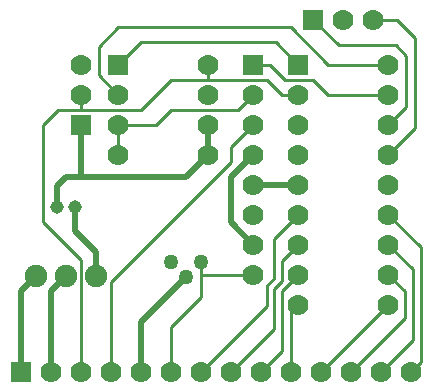
<source format=gbl>
*%FSLAX24Y24*%
*%MOIN*%
G01*
%ADD11C,0.0020*%
%ADD12C,0.0060*%
%ADD13C,0.0073*%
%ADD14C,0.0080*%
%ADD15C,0.0090*%
%ADD16C,0.0100*%
%ADD17C,0.0120*%
%ADD18C,0.0200*%
%ADD19C,0.0260*%
%ADD20C,0.0380*%
%ADD21C,0.0450*%
%ADD22C,0.0500*%
%ADD23C,0.0530*%
%ADD24C,0.0550*%
%ADD25C,0.0580*%
%ADD26C,0.0660*%
%ADD27C,0.0700*%
%ADD28C,0.0750*%
%ADD29C,0.0780*%
%ADD30C,0.0830*%
%ADD31C,0.0950*%
%ADD32R,0.0700X0.0700*%
%ADD33R,0.0780X0.0780*%
G54D16*
X101250Y74040D02*
Y76040D01*
X101500Y76290D01*
X95250Y77040D02*
Y74040D01*
Y77040D02*
X99250Y81040D01*
Y81540D01*
X96250Y85040D02*
X95500Y84290D01*
X96250Y85040D02*
X100750D01*
X101500Y84290D01*
X95500Y83290D02*
X94850Y83940D01*
Y84890D01*
X95500Y85540D01*
X101250D01*
X102500Y84290D01*
X94250Y83290D02*
Y82790D01*
X98500Y83790D02*
Y84290D01*
X104500Y76290D02*
X102250Y74040D01*
X102500Y84290D02*
X104500D01*
X100000Y83290D02*
X99500Y82790D01*
X104500Y82290D02*
X105100Y82890D01*
Y84590D01*
X104750Y84940D01*
X102850D01*
X102000Y85790D01*
X104000D02*
X104800D01*
X105400Y85190D01*
Y82190D01*
X104500Y81290D01*
X95500D02*
Y82290D01*
X97250Y75540D02*
Y74040D01*
X98260Y77290D02*
X100000D01*
Y84290D02*
X100550D01*
X101050Y83790D01*
X100950Y83290D02*
X101500D01*
X100950D02*
X100450Y83790D01*
X104500Y77290D02*
X105060Y76730D01*
Y75850D01*
X103250Y74040D01*
X105320Y77470D02*
X104500Y78290D01*
X105320Y77470D02*
Y75110D01*
X104250Y74040D01*
X105580Y78210D02*
X104500Y79290D01*
X105580Y78210D02*
Y74370D01*
X105250Y74040D01*
X101500Y77290D02*
X100940Y76730D01*
Y74730D01*
X100250Y74040D01*
X99250D02*
X100690Y75480D01*
X100440Y76230D02*
X98250Y74040D01*
X100690Y75480D02*
Y76820D01*
X100940Y77070D01*
Y77730D01*
X101500Y78290D01*
X100440Y76920D02*
Y76230D01*
Y76920D02*
X100690Y77170D01*
Y78480D01*
X101500Y79290D01*
X99250Y81540D02*
X100000Y82290D01*
X94250Y77790D02*
Y74040D01*
Y77790D02*
X93000Y79040D01*
Y82290D02*
X93500Y82790D01*
X93000Y82290D02*
Y79040D01*
X97250Y83790D02*
X100450D01*
X97250D02*
X96250Y82790D01*
X93500D01*
X97250D02*
X99500D01*
X97250D02*
X96750Y82290D01*
X95500D01*
X101050Y83790D02*
X102000D01*
X102500Y83290D01*
X104500D01*
X98250Y77720D02*
Y76540D01*
X97250Y75540D01*
G54D18*
X96250Y75720D02*
X97750Y77220D01*
X96250Y75720D02*
Y74040D01*
X99250Y79040D02*
Y80540D01*
Y79040D02*
X100000Y78290D01*
X92250Y76740D02*
Y74040D01*
Y76740D02*
X92750Y77240D01*
X93250Y76740D02*
Y74040D01*
Y76740D02*
X93750Y77240D01*
X100000Y80290D02*
X101500D01*
X94750Y78040D02*
Y77240D01*
Y78040D02*
X94050Y78740D01*
Y79540D01*
X99250Y80540D02*
X100000Y81290D01*
X98500D02*
Y82290D01*
Y81290D02*
X97750Y80540D01*
X94250D02*
Y82290D01*
X93750Y80540D02*
X97750D01*
X93750D02*
X93450Y80240D01*
Y79540D01*
G54D21*
D03*
X94050D02*
D03*
G54D22*
X97750Y77220D02*
D03*
X98250Y77720D02*
D03*
X97250D02*
D03*
G54D27*
X98500Y84290D02*
D03*
Y83290D02*
D03*
Y82290D02*
D03*
Y81290D02*
D03*
X95500D02*
D03*
Y82290D02*
D03*
Y83290D02*
D03*
X104000Y85790D02*
D03*
X103000D02*
D03*
X100000Y83290D02*
D03*
Y82290D02*
D03*
Y81290D02*
D03*
Y80290D02*
D03*
Y79290D02*
D03*
Y78290D02*
D03*
Y77290D02*
D03*
X94250Y83290D02*
D03*
Y84290D02*
D03*
X93250Y74040D02*
D03*
X94250D02*
D03*
X95250D02*
D03*
X96250D02*
D03*
X97250D02*
D03*
X98250D02*
D03*
X99250D02*
D03*
X100250D02*
D03*
X101250D02*
D03*
X102250D02*
D03*
X103250D02*
D03*
X104250D02*
D03*
X105250D02*
D03*
X104500Y84290D02*
D03*
Y83290D02*
D03*
Y82290D02*
D03*
Y81290D02*
D03*
Y80290D02*
D03*
Y79290D02*
D03*
Y78290D02*
D03*
Y77290D02*
D03*
Y76290D02*
D03*
X101500D02*
D03*
Y77290D02*
D03*
Y78290D02*
D03*
Y79290D02*
D03*
Y80290D02*
D03*
Y81290D02*
D03*
Y82290D02*
D03*
Y83290D02*
D03*
G54D28*
X92750Y77240D02*
D03*
X93750D02*
D03*
X94750D02*
D03*
G54D32*
X95500Y84290D02*
D03*
X102000Y85790D02*
D03*
X100000Y84290D02*
D03*
X94250Y82290D02*
D03*
X92250Y74040D02*
D03*
X101500Y84290D02*
D03*
M02*

</source>
